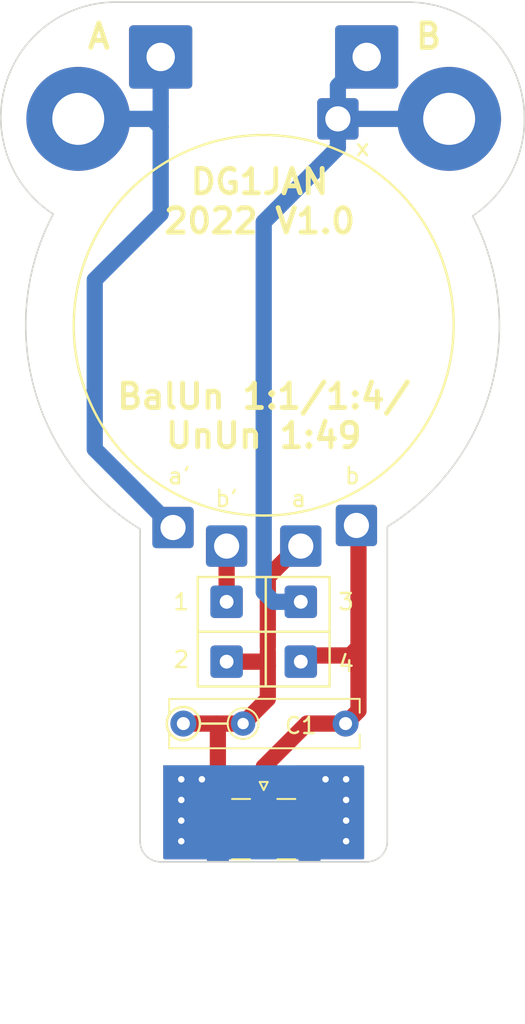
<source format=kicad_pcb>
(kicad_pcb (version 20211014) (generator pcbnew)
  (layers (0 "F.Cu" signal) (31 "B.Cu" signal) (34 "B.Paste" user) (35 "F.Paste" user) (36 "B.SilkS" user "B.Silkscreen") (37 "F.SilkS" user "F.Silkscreen") (38 "B.Mask" user) (39 "F.Mask" user) (44 "Edge.Cuts" user))
  (net 0 "")
  (footprint "Connector_Wire:SolderWire-0.75sqmm_1x01_D1.25mm_OD2.3mm" (layer "F.Cu") (at 143.002 93.98)
    (fp_text reference "REF**" hide)
    (fp_text value "SolderWire-0.75sqmm_1x01_D1.25mm_OD2.3mm" hide)
    (pad "1" thru_hole roundrect (at 0 0) (size 2.55 2.55) (drill 1.55) (layers *.Cu *.Mask) (roundrect_rratio 0.098039))
  )
  (footprint "TestPoint:TestPoint_THTPad_D1.5mm_Drill0.7mm" (layer "F.Cu") (at 137.16 131.191)
    (fp_text reference "REF**" hide)
    (fp_text value "TestPoint_THTPad_D1.5mm_Drill0.7mm" hide)
    (fp_circle (center 0 0) (end 0 0.95) (layer "F.SilkS") (width 0.12) (fill none))
    (pad "1" thru_hole circle (at 0 0) (size 1.5 1.5) (drill 0.7) (layers *.Cu *.Mask))
  )
  (footprint "Connector_Wire:SolderWire-1sqmm_1x01_D1.4mm_OD3.9mm" (layer "F.Cu") (at 144.78 90.17)
    (fp_text reference "REF**" hide)
    (fp_text value "SolderWire-1sqmm_1x01_D1.4mm_OD3.9mm" hide)
    (pad "1" thru_hole roundrect (at 0 0) (size 3.9 3.9) (drill 1.75) (layers *.Cu *.Mask) (roundrect_rratio 0.064103))
  )
  (footprint "Connector_Wire:SolderWire-0.75sqmm_1x01_D1.25mm_OD2.3mm" (layer "F.Cu") (at 132.842 119.126)
    (fp_text reference "REF**" hide)
    (fp_text value "SolderWire-0.75sqmm_1x01_D1.25mm_OD2.3mm" hide)
    (pad "1" thru_hole roundrect (at 0 0) (size 2.55 2.55) (drill 1.55) (layers *.Cu *.Mask) (roundrect_rratio 0.098039))
  )
  (footprint "Connector_Wire:SolderWire-0.25sqmm_1x01_D0.65mm_OD2mm" (layer "F.Cu") (at 140.716 123.698)
    (fp_text reference "REF**" hide)
    (fp_text value "SolderWire-0.25sqmm_1x01_D0.65mm_OD2mm" hide)
    (pad "1" thru_hole roundrect (at 0 0) (size 2 2) (drill 0.85) (layers *.Cu *.Mask) (roundrect_rratio 0.125))
  )
  (footprint "MountingHole:MountingHole_4.5mm" (layer "F.Cu") (at 138.43 91.44)
    (fp_text reference "REF**" hide)
    (fp_text value "MountingHole_4.5mm" hide)
    (pad "" np_thru_hole circle (at 0 0) (size 4.5 4.5) (drill 4.5) (layers *.Cu *.Mask))
  )
  (footprint "Capacitor_THT:C_Rect_L11.5mm_W2.8mm_P10.00mm_MKT" (layer "F.Cu") (at 133.477 131.191)
    (fp_text reference "C1" (at 7.239 0.127) (layer "F.SilkS"))
    (fp_text value "C_Rect_L11.5mm_W2.8mm_P10.00mm_MKT" hide)
    (fp_line (start -0.87 1.52) (end 10.87 1.52) (layer "F.SilkS") (width 0.12))
    (fp_line (start -0.87 0.665) (end -0.87 1.52) (layer "F.SilkS") (width 0.12))
    (fp_line (start 10.87 -1.52) (end 10.87 -0.665) (layer "F.SilkS") (width 0.12))
    (fp_line (start -0.87 -1.52) (end 10.87 -1.52) (layer "F.SilkS") (width 0.12))
    (fp_line (start 10.87 0.665) (end 10.87 1.52) (layer "F.SilkS") (width 0.12))
    (fp_line (start -0.87 -1.52) (end -0.87 -0.665) (layer "F.SilkS") (width 0.12))
    (pad "1" thru_hole circle (at 0 0) (size 1.6 1.6) (drill 0.8) (layers *.Cu *.Mask))
    (pad "2" thru_hole circle (at 10 0) (size 1.6 1.6) (drill 0.8) (layers *.Cu *.Mask))
  )
  (footprint "Connector_Wire:SolderWire-0.75sqmm_1x01_D1.25mm_OD2.3mm" (layer "F.Cu") (at 144.145 118.999)
    (fp_text reference "REF**" hide)
    (fp_text value "SolderWire-0.75sqmm_1x01_D1.25mm_OD2.3mm" hide)
    (pad "1" thru_hole roundrect (at 0 0) (size 2.55 2.55) (drill 1.55) (layers *.Cu *.Mask) (roundrect_rratio 0.098039))
  )
  (footprint "MountingHole:MountingHole_3.2mm_M3" (layer "F.Cu") (at 143.1544 106.68)
    (fp_text reference "REF**" hide)
    (fp_text value "MountingHole_3.2mm_M3" hide)
    (pad "" np_thru_hole circle (at 0 0) (size 3.2 3.2) (drill 3.2) (layers *.Cu *.Mask))
  )
  (footprint "Connector_Wire:SolderWire-0.25sqmm_1x01_D0.65mm_OD2mm" (layer "F.Cu") (at 140.716 127.381)
    (fp_text reference "REF**" hide)
    (fp_text value "SolderWire-0.25sqmm_1x01_D0.65mm_OD2mm" hide)
    (pad "1" thru_hole roundrect (at 0 0) (size 2 2) (drill 0.85) (layers *.Cu *.Mask) (roundrect_rratio 0.125))
  )
  (footprint "MountingHole:MountingHole_3.2mm_M3_Pad" (layer "F.Cu") (at 127 93.98)
    (fp_text reference "REF**" hide)
    (fp_text value "MountingHole_3.2mm_M3_Pad" hide)
    (pad "1" thru_hole circle (at 0 0) (size 6.4 6.4) (drill 3.2) (layers *.Cu *.Mask))
  )
  (footprint "Connector_Wire:SolderWire-0.75sqmm_1x01_D1.25mm_OD2.3mm" (layer "F.Cu") (at 136.144 120.269)
    (fp_text reference "REF**" hide)
    (fp_text value "SolderWire-0.75sqmm_1x01_D1.25mm_OD2.3mm" hide)
    (pad "1" thru_hole roundrect (at 0 0) (size 2.55 2.55) (drill 1.55) (layers *.Cu *.Mask) (roundrect_rratio 0.098039))
  )
  (footprint "Connector_Wire:SolderWire-1sqmm_1x01_D1.4mm_OD3.9mm" (layer "F.Cu") (at 132.08 90.17)
    (fp_text reference "REF**" hide)
    (fp_text value "SolderWire-1sqmm_1x01_D1.4mm_OD3.9mm" hide)
    (pad "1" thru_hole roundrect (at 0 0) (size 3.9 3.9) (drill 1.75) (layers *.Cu *.Mask) (roundrect_rratio 0.064103))
  )
  (footprint "Connector_Wire:SolderWire-0.25sqmm_1x01_D0.65mm_OD2mm" (layer "F.Cu") (at 136.144 123.698)
    (fp_text reference "REF**" hide)
    (fp_text value "SolderWire-0.25sqmm_1x01_D0.65mm_OD2mm" hide)
    (pad "1" thru_hole roundrect (at 0 0) (size 2 2) (drill 0.85) (layers *.Cu *.Mask) (roundrect_rratio 0.125))
  )
  (footprint "Connector_Coaxial:SMA_Samtec_SMA-J-P-X-ST-EM1_EdgeMount" (layer "F.Cu") (at 138.43 137.541)
    (fp_text reference "REF**" hide)
    (fp_text value "SMA_Samtec_SMA-J-P-X-ST-EM1_EdgeMount" hide)
    (fp_line (start -1.95 2) (end -0.84 2) (layer "F.SilkS") (width 0.12))
    (fp_line (start -0.25 -2.76) (end 0 -2.26) (layer "F.SilkS") (width 0.12))
    (fp_line (start 0 -2.26) (end 0.25 -2.76) (layer "F.SilkS") (width 0.12))
    (fp_line (start -1.95 -1.71) (end -0.84 -1.71) (layer "F.SilkS") (width 0.12))
    (fp_line (start 0.84 2) (end 1.95 2) (layer "F.SilkS") (width 0.12))
    (fp_line (start 0.84 -1.71) (end 1.95 -1.71) (layer "F.SilkS") (width 0.12))
    (fp_line (start 0.25 -2.76) (end -0.25 -2.76) (layer "F.SilkS") (width 0.12))
    (pad "1" smd rect (at 0 0.2) (size 1.27 3.6) (layers "F.Cu" "F.Paste" "F.Mask"))
    (pad "2" smd rect (at 2.825 0) (size 1.35 4.2) (layers "F.Cu" "F.Paste" "F.Mask"))
    (pad "2" smd rect (at 2.825 0) (size 1.35 4.2) (layers "B.Cu" "B.Paste" "B.Mask"))
    (pad "2" smd rect (at -2.825 0) (size 1.35 4.2) (layers "B.Cu" "B.Paste" "B.Mask"))
    (pad "2" smd rect (at -2.825 0) (size 1.35 4.2) (layers "F.Cu" "F.Paste" "F.Mask"))
  )
  (footprint "Connector_Wire:SolderWire-0.75sqmm_1x01_D1.25mm_OD2.3mm" (layer "F.Cu") (at 140.716 120.269)
    (fp_text reference "REF**" hide)
    (fp_text value "SolderWire-0.75sqmm_1x01_D1.25mm_OD2.3mm" hide)
    (pad "1" thru_hole roundrect (at 0 0) (size 2.55 2.55) (drill 1.55) (layers *.Cu *.Mask) (roundrect_rratio 0.098039))
  )
  (footprint "Connector_Wire:SolderWire-0.25sqmm_1x01_D0.65mm_OD2mm" (layer "F.Cu") (at 136.144 127.381)
    (fp_text reference "REF**" hide)
    (fp_text value "SolderWire-0.25sqmm_1x01_D0.65mm_OD2mm" hide)
    (pad "1" thru_hole roundrect (at 0 0) (size 2 2) (drill 0.85) (layers *.Cu *.Mask) (roundrect_rratio 0.125))
  )
  (footprint "MountingHole:MountingHole_3.2mm_M3" (layer "F.Cu") (at 133.6548 106.68)
    (fp_text reference "REF**" hide)
    (fp_text value "MountingHole_3.2mm_M3" hide)
    (pad "" np_thru_hole circle (at 0 0) (size 3.2 3.2) (drill 3.2) (layers *.Cu *.Mask))
  )
  (footprint "MountingHole:MountingHole_3.2mm_M3_Pad" (layer "F.Cu") (at 149.86 93.98)
    (fp_text reference "REF**" hide)
    (fp_text value "MountingHole_3.2mm_M3_Pad" hide)
    (pad "1" thru_hole circle (at 0 0) (size 6.4 6.4) (drill 3.2) (layers *.Cu *.Mask))
  )
  (gr_rect (start 144.526 133.858) (end 140.462 139.446) (layer "F.Cu") (width 0.2) (fill solid))
  (gr_rect (start 132.334 133.858) (end 136.398 139.446) (layer "F.Cu") (width 0.2) (fill solid))
  (gr_rect (start 132.334 133.858) (end 144.526 139.446) (layer "B.Cu") (width 0.2) (fill solid))
  (gr_line (start 134.366 125.5395) (end 142.367 125.5395) (layer "F.SilkS") (width 0.15))
  (gr_line (start 134.500906 131.191) (end 136.21 131.191) (layer "F.SilkS") (width 0.15))
  (gr_circle (center 138.43 106.68) (end 135.89 118.11) (layer "F.SilkS") (width 0.15) (fill none))
  (gr_line (start 138.557 122.174) (end 138.557 128.905) (layer "F.SilkS") (width 0.15))
  (gr_rect (start 134.366 122.174) (end 142.494 128.905) (layer "F.SilkS") (width 0.15) (fill none))
  (gr_circle (center 133.477 131.191) (end 133.985 130.302) (layer "F.SilkS") (width 0.15) (fill none))
  (gr_line (start 130.81 119.38) (end 130.81 119.214899) (layer "Edge.Cuts") (width 0.1))
  (gr_line (start 146.05 138.43) (end 146.05 119.0752) (layer "Edge.Cuts") (width 0.1))
  (gr_arc (start 125.453808 99.83847) (mid 122.550769 91.767538) (end 129.54 86.795796) (layer "Edge.Cuts") (width 0.1))
  (gr_arc (start 130.81 119.214899) (mid 124.290966 110.588428) (end 125.453808 99.83847) (layer "Edge.Cuts") (width 0.1))
  (gr_line (start 129.54 86.795796) (end 147.32 86.795796) (layer "Edge.Cuts") (width 0.1))
  (gr_line (start 130.81 138.43) (end 130.81 119.38) (layer "Edge.Cuts") (width 0.1))
  (gr_line (start 132.08 139.7) (end 144.78 139.7) (layer "Edge.Cuts") (width 0.1))
  (gr_arc (start 146.05 138.43) (mid 145.678026 139.328026) (end 144.78 139.7) (layer "Edge.Cuts") (width 0.1))
  (gr_arc (start 132.08 139.7) (mid 131.181974 139.328026) (end 130.81 138.43) (layer "Edge.Cuts") (width 0.1))
  (gr_arc (start 147.32 86.795796) (mid 154.195942 91.898132) (end 151.305079 99.957619) (layer "Edge.Cuts") (width 0.1))
  (gr_arc (start 151.305079 99.957619) (mid 152.437075 110.549838) (end 146.05 119.0752) (layer "Edge.Cuts") (width 0.1))
  (gr_text "b'" (at 136.144 117.348) (layer "F.SilkS") (effects (font (size 1 1))))
  (gr_text "BalUn 1:1/1:4/\nUnUn 1:49" (at 138.43 112.268) (layer "F.SilkS") (effects (font (size 1.5 1.5) (thickness 0.3))))
  (gr_text "b" (at 143.891 115.951) (layer "F.SilkS") (effects (font (size 1 1))))
  (gr_text "DG1JAN\n2022 V1.0" (at 138.176 99.06) (layer "F.SilkS") (effects (font (size 1.5 1.5) (thickness 0.3))))
  (gr_text "3" (at 143.51 123.698) (layer "F.SilkS") (effects (font (size 1 1))))
  (gr_text "A" (at 128.27 88.9) (layer "F.SilkS") (effects (font (size 1.5 1.5) (thickness 0.3))))
  (gr_text "B" (at 148.59 88.9) (layer "F.SilkS") (effects (font (size 1.5 1.5) (thickness 0.3))))
  (gr_text "a" (at 140.589 117.348) (layer "F.SilkS") (effects (font (size 1 1))))
  (gr_text "2" (at 133.35 127.254) (layer "F.SilkS") (effects (font (size 1 1))))
  (gr_text "4" (at 143.51 127.508) (layer "F.SilkS") (effects (font (size 1 1))))
  (gr_text "1" (at 133.35 123.698) (layer "F.SilkS") (effects (font (size 1 1))))
  (gr_text "a'" (at 133.223 115.951) (layer "F.SilkS") (effects (font (size 1 1))))
  (gr_text "x" (at 144.526 95.758) (layer "F.SilkS") (effects (font (size 1 1))))
  (segment (start 138.684 129.667) (end 137.16 131.191) (width 1) (layer "F.Cu") (net 0))
  (segment (start 138.43 133.858) (end 141.097 131.191) (width 1) (layer "F.Cu") (net 0))
  (segment (start 135.605 137.541) (end 135.605 131.287) (width 1) (layer "F.Cu") (net 0))
  (segment (start 140.716 120.142) (end 138.684 122.174) (width 1) (layer "F.Cu") (net 0))
  (segment (start 135.605 131.287) (end 135.509 131.191) (width 1) (layer "F.Cu") (net 0))
  (segment (start 140.716 127.381) (end 141.097 127) (width 1) (layer "F.Cu") (net 0))
  (segment (start 141.224 137.51) (end 141.255 137.541) (width 1) (layer "F.Cu") (net 0))
  (segment (start 136.144 127.381) (end 138.43 127.381) (width 1) (layer "F.Cu") (net 0))
  (segment (start 138.43 137.741) (end 138.43 133.858) (width 1) (layer "F.Cu") (net 0))
  (segment (start 144.272 126.492) (end 144.272 130.396) (width 1) (layer "F.Cu") (net 0))
  (segment (start 138.684 122.174) (end 138.684 126.492) (width 1) (layer "F.Cu") (net 0))
  (segment (start 141.097 127) (end 143.764 127) (width 1) (layer "F.Cu") (net 0))
  (segment (start 137.16 131.191) (end 135.509 131.191) (width 1) (layer "F.Cu") (net 0))
  (segment (start 143.764 127) (end 144.272 126.492) (width 1) (layer "F.Cu") (net 0))
  (segment (start 138.684 127.635) (end 138.684 129.667) (width 1) (layer "F.Cu") (net 0))
  (segment (start 138.43 127.381) (end 138.684 127.635) (width 1) (layer "F.Cu") (net 0))
  (segment (start 136.144 120.142) (end 136.144 123.698) (width 1) (layer "F.Cu") (net 0))
  (segment (start 144.272 118.999) (end 144.272 126.492) (width 1) (layer "F.Cu") (net 0))
  (segment (start 138.684 126.746) (end 138.684 127.635) (width 1) (layer "F.Cu") (net 0))
  (segment (start 135.509 131.191) (end 133.477 131.191) (width 1) (layer "F.Cu") (net 0))
  (segment (start 143.477 131.191) (end 141.097 131.191) (width 1) (layer "F.Cu") (net 0))
  (segment (start 141.255 137.541) (end 141.255 137.383) (width 1) (layer "F.Cu") (net 0))
  (segment (start 144.272 130.396) (end 143.477 131.191) (width 1) (layer "F.Cu") (net 0))
  (via (at 134.62 134.62) (size 0.8) (drill 0.4) (layers "F.Cu" "B.Cu") (net 0))
  (via (at 143.51 137.16) (size 0.8) (drill 0.4) (layers "F.Cu" "B.Cu") (net 0))
  (via (at 133.35 135.89) (size 0.8) (drill 0.4) (layers "F.Cu" "B.Cu") (net 0))
  (via (at 142.24 134.62) (size 0.8) (drill 0.4) (layers "F.Cu" "B.Cu") (net 0))
  (via (at 143.51 135.89) (size 0.8) (drill 0.4) (layers "F.Cu" "B.Cu") (net 0))
  (via (at 143.51 138.43) (size 0.8) (drill 0.4) (layers "F.Cu" "B.Cu") (net 0))
  (via (at 133.35 134.62) (size 0.8) (drill 0.4) (layers "F.Cu" "B.Cu") (net 0))
  (via (at 133.35 137.16) (size 0.8) (drill 0.4) (layers "F.Cu" "B.Cu") (net 0))
  (via (at 133.35 138.43) (size 0.8) (drill 0.4) (layers "F.Cu" "B.Cu") (net 0))
  (via (at 143.51 134.62) (size 0.8) (drill 0.4) (layers "F.Cu" "B.Cu") (net 0))
  (segment (start 138.43 100.33) (end 143.002 95.758) (width 1) (layer "B.Cu") (net 0))
  (segment (start 131.572 93.98) (end 127 93.98) (width 1) (layer "B.Cu") (net 0))
  (segment (start 143.002 91.948) (end 144.78 90.17) (width 1) (layer "B.Cu") (net 0))
  (segment (start 128.016 114.3) (end 128.016 103.886) (width 1) (layer "B.Cu") (net 0))
  (segment (start 132.588 118.999) (end 132.588 118.872) (width 1) (layer "B.Cu") (net 0))
  (segment (start 132.08 99.822) (end 132.08 94.488) (width 1) (layer "B.Cu") (net 0))
  (segment (start 143.002 95.758) (end 143.002 93.98) (width 1) (layer "B.Cu") (net 0))
  (segment (start 132.588 118.872) (end 128.016 114.3) (width 1) (layer "B.Cu") (net 0))
  (segment (start 138.43 123.0884) (end 138.43 100.33) (width 1) (layer "B.Cu") (net 0))
  (segment (start 140.716 123.698) (end 139.0396 123.698) (width 1) (layer "B.Cu") (net 0))
  (segment (start 143.002 93.98) (end 149.86 93.98) (width 1) (layer "B.Cu") (net 0))
  (segment (start 132.08 94.488) (end 132.08 90.17) (width 1) (layer "B.Cu") (net 0))
  (segment (start 132.08 94.488) (end 131.572 93.98) (width 1) (layer "B.Cu") (net 0))
  (segment (start 143.002 93.98) (end 143.002 91.948) (width 1) (layer "B.Cu") (net 0))
  (segment (start 128.016 103.886) (end 132.08 99.822) (width 1) (layer "B.Cu") (net 0))
  (segment (start 139.0396 123.698) (end 138.43 123.0884) (width 1) (layer "B.Cu") (net 0))
)
</source>
